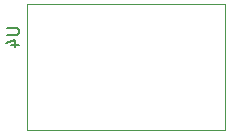
<source format=gbr>
G04 #@! TF.GenerationSoftware,KiCad,Pcbnew,(5.1.2-1)-1*
G04 #@! TF.CreationDate,2019-05-23T14:32:33+02:00*
G04 #@! TF.ProjectId,wearable_cape,77656172-6162-46c6-955f-636170652e6b,v02*
G04 #@! TF.SameCoordinates,Original*
G04 #@! TF.FileFunction,Legend,Bot*
G04 #@! TF.FilePolarity,Positive*
%FSLAX46Y46*%
G04 Gerber Fmt 4.6, Leading zero omitted, Abs format (unit mm)*
G04 Created by KiCad (PCBNEW (5.1.2-1)-1) date 2019-05-23 14:32:33*
%MOMM*%
%LPD*%
G04 APERTURE LIST*
%ADD10C,0.120000*%
%ADD11C,0.150000*%
%ADD12C,1.500000*%
%ADD13C,2.400000*%
%ADD14R,2.400000X2.400000*%
%ADD15C,1.700000*%
%ADD16C,2.200000*%
%ADD17R,2.200000X2.200000*%
%ADD18O,2.100000X2.100000*%
%ADD19R,2.100000X2.100000*%
%ADD20O,2.127200X2.127200*%
%ADD21R,2.127200X2.127200*%
%ADD22C,2.800000*%
%ADD23R,2.800000X2.800000*%
%ADD24O,2.600000X2.140000*%
%ADD25C,0.100000*%
%ADD26C,2.140000*%
%ADD27O,2.140000X2.600000*%
G04 APERTURE END LIST*
D10*
X106482500Y-37090000D02*
X89722500Y-37090000D01*
X106482500Y-26430000D02*
X106482500Y-37090000D01*
X89722500Y-26430000D02*
X106482500Y-26430000D01*
X89722500Y-37090000D02*
X89722500Y-26440000D01*
D11*
X88034880Y-28448095D02*
X88844404Y-28448095D01*
X88939642Y-28495714D01*
X88987261Y-28543333D01*
X89034880Y-28638571D01*
X89034880Y-28829047D01*
X88987261Y-28924285D01*
X88939642Y-28971904D01*
X88844404Y-29019523D01*
X88034880Y-29019523D01*
X88368214Y-29924285D02*
X89034880Y-29924285D01*
X87987261Y-29686190D02*
X88701547Y-29448095D01*
X88701547Y-30067142D01*
%LPC*%
D12*
X103251000Y-20320000D03*
D13*
X100711000Y-20320000D03*
D12*
X103251000Y-22860000D03*
D14*
X100711000Y-22860000D03*
D15*
X40550000Y-30250000D03*
X34250000Y-30250000D03*
D16*
X34290000Y-71120000D03*
X34290000Y-68580000D03*
X36830000Y-71120000D03*
X36830000Y-68580000D03*
X39370000Y-71120000D03*
X39370000Y-68580000D03*
X41910000Y-71120000D03*
X41910000Y-68580000D03*
X44450000Y-71120000D03*
X44450000Y-68580000D03*
X46990000Y-71120000D03*
X46990000Y-68580000D03*
X49530000Y-71120000D03*
X49530000Y-68580000D03*
X52070000Y-71120000D03*
X52070000Y-68580000D03*
X54610000Y-71120000D03*
X54610000Y-68580000D03*
X57150000Y-71120000D03*
X57150000Y-68580000D03*
X59690000Y-71120000D03*
X59690000Y-68580000D03*
X62230000Y-71120000D03*
X62230000Y-68580000D03*
X64770000Y-71120000D03*
X64770000Y-68580000D03*
X67310000Y-71120000D03*
X67310000Y-68580000D03*
X69850000Y-71120000D03*
X69850000Y-68580000D03*
X72390000Y-71120000D03*
X72390000Y-68580000D03*
X74930000Y-71120000D03*
X74930000Y-68580000D03*
X77470000Y-71120000D03*
X77470000Y-68580000D03*
X80010000Y-71120000D03*
X80010000Y-68580000D03*
X82550000Y-71120000D03*
X82550000Y-68580000D03*
X85090000Y-71120000D03*
X85090000Y-68580000D03*
X87630000Y-71120000D03*
X87630000Y-68580000D03*
X90170000Y-71120000D03*
D17*
X90170000Y-68580000D03*
D16*
X34290000Y-22860000D03*
X34290000Y-20320000D03*
X36830000Y-22860000D03*
X36830000Y-20320000D03*
X39370000Y-22860000D03*
X39370000Y-20320000D03*
X41910000Y-22860000D03*
X41910000Y-20320000D03*
X44450000Y-22860000D03*
X44450000Y-20320000D03*
X46990000Y-22860000D03*
X46990000Y-20320000D03*
X49530000Y-22860000D03*
X49530000Y-20320000D03*
X52070000Y-22860000D03*
X52070000Y-20320000D03*
X54610000Y-22860000D03*
X54610000Y-20320000D03*
X57150000Y-22860000D03*
X57150000Y-20320000D03*
X59690000Y-22860000D03*
X59690000Y-20320000D03*
X62230000Y-22860000D03*
X62230000Y-20320000D03*
X64770000Y-22860000D03*
X64770000Y-20320000D03*
X67310000Y-22860000D03*
X67310000Y-20320000D03*
X69850000Y-22860000D03*
X69850000Y-20320000D03*
X72390000Y-22860000D03*
X72390000Y-20320000D03*
X74930000Y-22860000D03*
X74930000Y-20320000D03*
X77470000Y-22860000D03*
X77470000Y-20320000D03*
X80010000Y-22860000D03*
X80010000Y-20320000D03*
X82550000Y-22860000D03*
X82550000Y-20320000D03*
X85090000Y-22860000D03*
X85090000Y-20320000D03*
X87630000Y-22860000D03*
X87630000Y-20320000D03*
X90170000Y-22860000D03*
D17*
X90170000Y-20320000D03*
D15*
X40550000Y-44950000D03*
X34250000Y-44950000D03*
X40550000Y-59650000D03*
X34250000Y-59650000D03*
D18*
X49530000Y-63500000D03*
X49530000Y-60960000D03*
X49530000Y-58420000D03*
X49530000Y-55880000D03*
X49530000Y-53340000D03*
X49530000Y-50800000D03*
X49530000Y-48260000D03*
X49530000Y-45720000D03*
X49530000Y-43180000D03*
D19*
X49530000Y-40640000D03*
D20*
X98298000Y-49682400D03*
X100838000Y-49682400D03*
X98298000Y-52222400D03*
X100838000Y-52222400D03*
X98298000Y-54762400D03*
X100838000Y-54762400D03*
X98298000Y-57302400D03*
D21*
X100838000Y-57302400D03*
D22*
X97980500Y-29964500D03*
D23*
X97980500Y-33464500D03*
D18*
X90170000Y-63500000D03*
X87630000Y-63500000D03*
X85090000Y-63500000D03*
X82550000Y-63500000D03*
X80010000Y-63500000D03*
X77470000Y-63500000D03*
X74930000Y-63500000D03*
X72390000Y-63500000D03*
X69850000Y-63500000D03*
D19*
X67310000Y-63500000D03*
D24*
X61874400Y-60198000D03*
X61874400Y-57658000D03*
X61874400Y-55118000D03*
X61874400Y-52578000D03*
X61874400Y-50038000D03*
X61874400Y-47498000D03*
X61874400Y-44958000D03*
D25*
G36*
X62897067Y-41349481D02*
G01*
X62926914Y-41353908D01*
X62956184Y-41361240D01*
X62984594Y-41371405D01*
X63011870Y-41384306D01*
X63037751Y-41399818D01*
X63061987Y-41417792D01*
X63084344Y-41438056D01*
X63104608Y-41460413D01*
X63122582Y-41484649D01*
X63138094Y-41510530D01*
X63150995Y-41537806D01*
X63161160Y-41566216D01*
X63168492Y-41595486D01*
X63172919Y-41625333D01*
X63174400Y-41655470D01*
X63174400Y-43180530D01*
X63172919Y-43210667D01*
X63168492Y-43240514D01*
X63161160Y-43269784D01*
X63150995Y-43298194D01*
X63138094Y-43325470D01*
X63122582Y-43351351D01*
X63104608Y-43375587D01*
X63084344Y-43397944D01*
X63061987Y-43418208D01*
X63037751Y-43436182D01*
X63011870Y-43451694D01*
X62984594Y-43464595D01*
X62956184Y-43474760D01*
X62926914Y-43482092D01*
X62897067Y-43486519D01*
X62866930Y-43488000D01*
X60881870Y-43488000D01*
X60851733Y-43486519D01*
X60821886Y-43482092D01*
X60792616Y-43474760D01*
X60764206Y-43464595D01*
X60736930Y-43451694D01*
X60711049Y-43436182D01*
X60686813Y-43418208D01*
X60664456Y-43397944D01*
X60644192Y-43375587D01*
X60626218Y-43351351D01*
X60610706Y-43325470D01*
X60597805Y-43298194D01*
X60587640Y-43269784D01*
X60580308Y-43240514D01*
X60575881Y-43210667D01*
X60574400Y-43180530D01*
X60574400Y-41655470D01*
X60575881Y-41625333D01*
X60580308Y-41595486D01*
X60587640Y-41566216D01*
X60597805Y-41537806D01*
X60610706Y-41510530D01*
X60626218Y-41484649D01*
X60644192Y-41460413D01*
X60664456Y-41438056D01*
X60686813Y-41417792D01*
X60711049Y-41399818D01*
X60736930Y-41384306D01*
X60764206Y-41371405D01*
X60792616Y-41361240D01*
X60821886Y-41353908D01*
X60851733Y-41349481D01*
X60881870Y-41348000D01*
X62866930Y-41348000D01*
X62897067Y-41349481D01*
X62897067Y-41349481D01*
G37*
D26*
X61874400Y-42418000D03*
D24*
X54813200Y-63550800D03*
X54813200Y-61010800D03*
X54813200Y-58470800D03*
X54813200Y-55930800D03*
X54813200Y-53390800D03*
X54813200Y-50850800D03*
X54813200Y-48310800D03*
D25*
G36*
X55835867Y-44702281D02*
G01*
X55865714Y-44706708D01*
X55894984Y-44714040D01*
X55923394Y-44724205D01*
X55950670Y-44737106D01*
X55976551Y-44752618D01*
X56000787Y-44770592D01*
X56023144Y-44790856D01*
X56043408Y-44813213D01*
X56061382Y-44837449D01*
X56076894Y-44863330D01*
X56089795Y-44890606D01*
X56099960Y-44919016D01*
X56107292Y-44948286D01*
X56111719Y-44978133D01*
X56113200Y-45008270D01*
X56113200Y-46533330D01*
X56111719Y-46563467D01*
X56107292Y-46593314D01*
X56099960Y-46622584D01*
X56089795Y-46650994D01*
X56076894Y-46678270D01*
X56061382Y-46704151D01*
X56043408Y-46728387D01*
X56023144Y-46750744D01*
X56000787Y-46771008D01*
X55976551Y-46788982D01*
X55950670Y-46804494D01*
X55923394Y-46817395D01*
X55894984Y-46827560D01*
X55865714Y-46834892D01*
X55835867Y-46839319D01*
X55805730Y-46840800D01*
X53820670Y-46840800D01*
X53790533Y-46839319D01*
X53760686Y-46834892D01*
X53731416Y-46827560D01*
X53703006Y-46817395D01*
X53675730Y-46804494D01*
X53649849Y-46788982D01*
X53625613Y-46771008D01*
X53603256Y-46750744D01*
X53582992Y-46728387D01*
X53565018Y-46704151D01*
X53549506Y-46678270D01*
X53536605Y-46650994D01*
X53526440Y-46622584D01*
X53519108Y-46593314D01*
X53514681Y-46563467D01*
X53513200Y-46533330D01*
X53513200Y-45008270D01*
X53514681Y-44978133D01*
X53519108Y-44948286D01*
X53526440Y-44919016D01*
X53536605Y-44890606D01*
X53549506Y-44863330D01*
X53565018Y-44837449D01*
X53582992Y-44813213D01*
X53603256Y-44790856D01*
X53625613Y-44770592D01*
X53649849Y-44752618D01*
X53675730Y-44737106D01*
X53703006Y-44724205D01*
X53731416Y-44714040D01*
X53760686Y-44706708D01*
X53790533Y-44702281D01*
X53820670Y-44700800D01*
X55805730Y-44700800D01*
X55835867Y-44702281D01*
X55835867Y-44702281D01*
G37*
D26*
X54813200Y-45770800D03*
D27*
X80899000Y-28854400D03*
X78359000Y-28854400D03*
X75819000Y-28854400D03*
D25*
G36*
X74071667Y-27555881D02*
G01*
X74101514Y-27560308D01*
X74130784Y-27567640D01*
X74159194Y-27577805D01*
X74186470Y-27590706D01*
X74212351Y-27606218D01*
X74236587Y-27624192D01*
X74258944Y-27644456D01*
X74279208Y-27666813D01*
X74297182Y-27691049D01*
X74312694Y-27716930D01*
X74325595Y-27744206D01*
X74335760Y-27772616D01*
X74343092Y-27801886D01*
X74347519Y-27831733D01*
X74349000Y-27861870D01*
X74349000Y-29846930D01*
X74347519Y-29877067D01*
X74343092Y-29906914D01*
X74335760Y-29936184D01*
X74325595Y-29964594D01*
X74312694Y-29991870D01*
X74297182Y-30017751D01*
X74279208Y-30041987D01*
X74258944Y-30064344D01*
X74236587Y-30084608D01*
X74212351Y-30102582D01*
X74186470Y-30118094D01*
X74159194Y-30130995D01*
X74130784Y-30141160D01*
X74101514Y-30148492D01*
X74071667Y-30152919D01*
X74041530Y-30154400D01*
X72516470Y-30154400D01*
X72486333Y-30152919D01*
X72456486Y-30148492D01*
X72427216Y-30141160D01*
X72398806Y-30130995D01*
X72371530Y-30118094D01*
X72345649Y-30102582D01*
X72321413Y-30084608D01*
X72299056Y-30064344D01*
X72278792Y-30041987D01*
X72260818Y-30017751D01*
X72245306Y-29991870D01*
X72232405Y-29964594D01*
X72222240Y-29936184D01*
X72214908Y-29906914D01*
X72210481Y-29877067D01*
X72209000Y-29846930D01*
X72209000Y-27861870D01*
X72210481Y-27831733D01*
X72214908Y-27801886D01*
X72222240Y-27772616D01*
X72232405Y-27744206D01*
X72245306Y-27716930D01*
X72260818Y-27691049D01*
X72278792Y-27666813D01*
X72299056Y-27644456D01*
X72321413Y-27624192D01*
X72345649Y-27606218D01*
X72371530Y-27590706D01*
X72398806Y-27577805D01*
X72427216Y-27567640D01*
X72456486Y-27560308D01*
X72486333Y-27555881D01*
X72516470Y-27554400D01*
X74041530Y-27554400D01*
X74071667Y-27555881D01*
X74071667Y-27555881D01*
G37*
D26*
X73279000Y-28854400D03*
D19*
X57150000Y-38620700D03*
D16*
X91122500Y-34290000D03*
X91122500Y-31750000D03*
D17*
X91122500Y-29210000D03*
M02*

</source>
